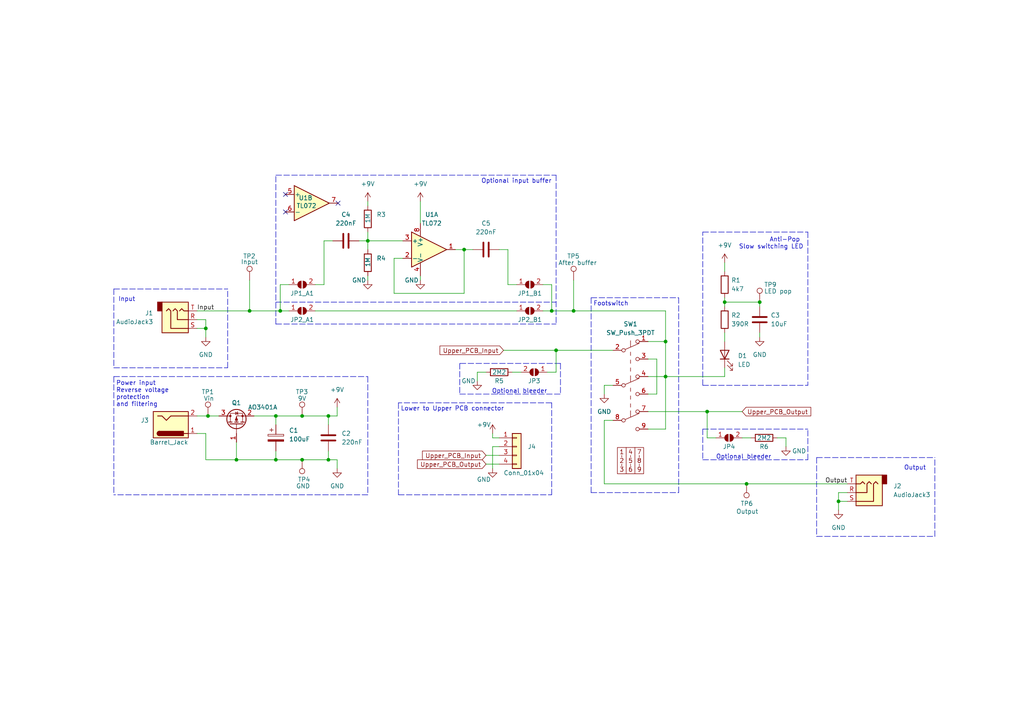
<source format=kicad_sch>
(kicad_sch (version 20211123) (generator eeschema)
  (paper "A4")
  (title_block (title "PedalDev_Lower") (date "2022-02-17") (company "Binary-6"))
  (lib_symbols
    (symbol "Amplifier_Operational:TL072" (pin_names (offset 0.127))
      (property "Reference" "U" (at 0 5.08 0))
      (property "Value" "TL072" (at 0 -5.08 0))
      (symbol "TL072_1_1"
        (polyline (pts (xy -5.08 5.08) (xy 5.08 0) (xy -5.08 -5.08) (xy -5.08 5.08)) (stroke (width 0.254)) (fill (type background)))
        (pin output line (at 7.62 0 180) (length 2.54) (name "~") (number "1"))
        (pin input line (at -7.62 -2.54 0) (length 2.54) (name "-") (number "2"))
        (pin input line (at -7.62 2.54 0) (length 2.54) (name "+") (number "3"))
      )
      (symbol "TL072_2_1"
        (polyline (pts (xy -5.08 5.08) (xy 5.08 0) (xy -5.08 -5.08) (xy -5.08 5.08)) (stroke (width 0.254)) (fill (type background)))
        (pin input line (at -7.62 2.54 0) (length 2.54) (name "+") (number "5"))
        (pin input line (at -7.62 -2.54 0) (length 2.54) (name "-") (number "6"))
        (pin output line (at 7.62 0 180) (length 2.54) (name "~") (number "7"))
      )
      (symbol "TL072_3_1"
        (pin power_in line (at -2.54 -7.62 90) (length 3.81) (name "V-") (number "4"))
        (pin power_in line (at -2.54 7.62 270) (length 3.81) (name "V+") (number "8"))
      )
    )
    (symbol "Connector:AudioJack3"
      (property "Reference" "J" (at 0 8.89 0))
      (property "Value" "AudioJack3" (at 0 6.35 0))
      (symbol "AudioJack3_0_1"
        (rectangle (start -5.08 -5.08) (end -6.35 -2.54) (stroke (width 0.254)) (fill (type outline)))
        (polyline (pts (xy 0 -2.54) (xy 0.635 -3.175) (xy 1.27 -2.54) (xy 2.54 -2.54)) (stroke (width 0.254)))
        (polyline (pts (xy -1.905 -2.54) (xy -1.27 -3.175) (xy -0.635 -2.54) (xy -0.635 0) (xy 2.54 0)) (stroke (width 0.254)))
        (polyline (pts (xy 2.54 2.54) (xy -2.54 2.54) (xy -2.54 -2.54) (xy -3.175 -3.175) (xy -3.81 -2.54)) (stroke (width 0.254)))
        (rectangle (start 2.54 3.81) (end -5.08 -5.08) (stroke (width 0.254)) (fill (type background)))
      )
      (symbol "AudioJack3_1_1"
        (pin passive line (at 5.08 0 180) (length 2.54) (name "~") (number "R"))
        (pin passive line (at 5.08 2.54 180) (length 2.54) (name "~") (number "S"))
        (pin passive line (at 5.08 -2.54 180) (length 2.54) (name "~") (number "T"))
      )
    )
    (symbol "Connector:Barrel_Jack" (pin_names (offset 1.016))
      (property "Reference" "J" (at 0 5.334 0))
      (property "Value" "Barrel_Jack" (at 0 -5.08 0))
      (symbol "Barrel_Jack_0_1"
        (rectangle (start -5.08 3.81) (end 5.08 -3.81) (stroke (width 0.254)) (fill (type background)))
        (arc (start -3.302 3.175) (mid -3.937 2.54) (end -3.302 1.905) (stroke (width 0.254)))
        (arc (start -3.302 3.175) (mid -3.937 2.54) (end -3.302 1.905) (stroke (width 0.254)) (fill (type outline)))
        (polyline (pts (xy 5.08 2.54) (xy 3.81 2.54)) (stroke (width 0.254)))
        (polyline (pts (xy -3.81 -2.54) (xy -2.54 -2.54) (xy -1.27 -1.27) (xy 0 -2.54) (xy 2.54 -2.54) (xy 5.08 -2.54)) (stroke (width 0.254)))
        (rectangle (start 3.683 3.175) (end -3.302 1.905) (stroke (width 0.254)) (fill (type outline)))
      )
      (symbol "Barrel_Jack_1_1"
        (pin passive line (at 7.62 2.54 180) (length 2.54) (name "~") (number "1"))
        (pin passive line (at 7.62 -2.54 180) (length 2.54) (name "~") (number "2"))
      )
    )
    (symbol "Connector:TestPoint" (pin_numbers hide) (pin_names (offset 0.762) hide)
      (property "Reference" "TP" (at 0 6.858 0))
      (property "Value" "TestPoint" (at 0 5.08 0))
      (symbol "TestPoint_0_1"
        (circle (center 0 3.302) (radius 0.762))
      )
      (symbol "TestPoint_1_1"
        (pin passive line (at 0 0 90) (length 2.54) (name "1") (number "1"))
      )
    )
    (symbol "Connector_Generic:Conn_01x04" (pin_names (offset 1.016) hide)
      (property "Reference" "J" (at 0 5.08 0))
      (property "Value" "Conn_01x04" (at 0 -7.62 0))
      (symbol "Conn_01x04_1_1"
        (rectangle (start -1.27 -4.953) (end 0 -5.207) (stroke (width 0.1524)))
        (rectangle (start -1.27 -2.413) (end 0 -2.667) (stroke (width 0.1524)))
        (rectangle (start -1.27 0.127) (end 0 -0.127) (stroke (width 0.1524)))
        (rectangle (start -1.27 2.667) (end 0 2.413) (stroke (width 0.1524)))
        (rectangle (start -1.27 3.81) (end 1.27 -6.35) (stroke (width 0.254)) (fill (type background)))
        (pin passive line (at -5.08 2.54 0) (length 3.81) (name "Pin_1") (number "1"))
        (pin passive line (at -5.08 0 0) (length 3.81) (name "Pin_2") (number "2"))
        (pin passive line (at -5.08 -2.54 0) (length 3.81) (name "Pin_3") (number "3"))
        (pin passive line (at -5.08 -5.08 0) (length 3.81) (name "Pin_4") (number "4"))
      )
    )
    (symbol "Device:C" (pin_numbers hide) (pin_names (offset 0.254))
      (property "Reference" "C" (at 0.635 2.54 0))
      (property "Value" "C" (at 0.635 -2.54 0))
      (symbol "C_0_1"
        (polyline (pts (xy -2.032 -0.762) (xy 2.032 -0.762)) (stroke (width 0.508)))
        (polyline (pts (xy -2.032 0.762) (xy 2.032 0.762)) (stroke (width 0.508)))
      )
      (symbol "C_1_1"
        (pin passive line (at 0 3.81 270) (length 2.794) (name "~") (number "1"))
        (pin passive line (at 0 -3.81 90) (length 2.794) (name "~") (number "2"))
      )
    )
    (symbol "Device:C_Polarized" (pin_numbers hide) (pin_names (offset 0.254))
      (property "Reference" "C" (at 0.635 2.54 0))
      (property "Value" "C_Polarized" (at 0.635 -2.54 0))
      (symbol "C_Polarized_0_1"
        (rectangle (start -2.286 0.508) (end 2.286 1.016))
        (polyline (pts (xy -1.778 2.286) (xy -0.762 2.286)))
        (polyline (pts (xy -1.27 2.794) (xy -1.27 1.778)))
        (rectangle (start 2.286 -0.508) (end -2.286 -1.016) (fill (type outline)))
      )
      (symbol "C_Polarized_1_1"
        (pin passive line (at 0 3.81 270) (length 2.794) (name "~") (number "1"))
        (pin passive line (at 0 -3.81 90) (length 2.794) (name "~") (number "2"))
      )
    )
    (symbol "Device:LED" (pin_numbers hide) (pin_names (offset 1.016) hide)
      (property "Reference" "D" (at 0 2.54 0))
      (property "Value" "LED" (at 0 -2.54 0))
      (symbol "LED_0_1"
        (polyline (pts (xy -1.27 -1.27) (xy -1.27 1.27)) (stroke (width 0.254)))
        (polyline (pts (xy -1.27 0) (xy 1.27 0)))
        (polyline (pts (xy 1.27 -1.27) (xy 1.27 1.27) (xy -1.27 0) (xy 1.27 -1.27)) (stroke (width 0.254)))
        (polyline (pts (xy -3.048 -0.762) (xy -4.572 -2.286) (xy -3.81 -2.286) (xy -4.572 -2.286) (xy -4.572 -1.524)))
        (polyline (pts (xy -1.778 -0.762) (xy -3.302 -2.286) (xy -2.54 -2.286) (xy -3.302 -2.286) (xy -3.302 -1.524)))
      )
      (symbol "LED_1_1"
        (pin passive line (at -3.81 0 0) (length 2.54) (name "K") (number "1"))
        (pin passive line (at 3.81 0 180) (length 2.54) (name "A") (number "2"))
      )
    )
    (symbol "Device:R" (pin_numbers hide) (pin_names (offset 0))
      (property "Reference" "R" (at 2.032 0 90))
      (property "Value" "R" (at 0 0 90))
      (symbol "R_0_1"
        (rectangle (start -1.016 -2.54) (end 1.016 2.54) (stroke (width 0.254)))
      )
      (symbol "R_1_1"
        (pin passive line (at 0 3.81 270) (length 1.27) (name "~") (number "1"))
        (pin passive line (at 0 -3.81 90) (length 1.27) (name "~") (number "2"))
      )
    )
    (symbol "Jumper:SolderJumper_2_Open" (pin_names (offset 0) hide)
      (property "Reference" "JP" (at 0 2.032 0))
      (property "Value" "SolderJumper_2_Open" (at 0 -2.54 0))
      (symbol "SolderJumper_2_Open_0_1"
        (arc (start -0.254 1.016) (mid -1.27 0) (end -0.254 -1.016))
        (arc (start -0.254 1.016) (mid -1.27 0) (end -0.254 -1.016) (fill (type outline)))
        (polyline (pts (xy -0.254 1.016) (xy -0.254 -1.016)))
        (polyline (pts (xy 0.254 1.016) (xy 0.254 -1.016)))
        (arc (start 0.254 -1.016) (mid 1.27 0) (end 0.254 1.016))
        (arc (start 0.254 -1.016) (mid 1.27 0) (end 0.254 1.016) (fill (type outline)))
      )
      (symbol "SolderJumper_2_Open_1_1"
        (pin passive line (at -3.81 0 0) (length 2.54) (name "A") (number "1"))
        (pin passive line (at 3.81 0 180) (length 2.54) (name "B") (number "2"))
      )
    )
    (symbol "MeineBibli:SW_Push_3PDT" (pin_names (offset 0) hide)
      (property "Reference" "SW" (at 0 8.89 0))
      (property "Value" "SW_Push_3PDT" (at 0 -21.59 0))
      (symbol "SW_Push_3PDT_0_0"
        (circle (center -2.032 -15.24) (radius 0.508))
        (circle (center -2.032 -5.08) (radius 0.508))
        (circle (center -2.032 5.08) (radius 0.508))
        (polyline (pts (xy -2.54 -27.94) (xy -2.54 -28.448)))
        (polyline (pts (xy -2.54 -25.4) (xy -2.54 -25.908)))
        (polyline (pts (xy -1.27 -23.114) (xy -1.27 -30.734)))
        (polyline (pts (xy 0 -27.94) (xy 0 -28.448)))
        (polyline (pts (xy 0 -25.4) (xy 0 -25.908)))
        (polyline (pts (xy 1.27 -30.734) (xy 1.27 -23.114)))
        (polyline (pts (xy 2.54 -27.94) (xy 2.54 -28.448)))
        (polyline (pts (xy 2.54 -25.4) (xy 2.54 -25.908)))
        (polyline (pts (xy -3.81 -23.114) (xy 3.81 -23.114) (xy 3.81 -30.734) (xy -3.81 -30.734) (xy -3.81 -23.114)))
        (circle (center 2.032 -17.78) (radius 0.508))
        (circle (center 2.032 -7.62) (radius 0.508))
        (circle (center 2.032 2.54) (radius 0.508))
        (text "1" (at -2.54 -24.384 0) (effects (font (size 1.27 1.27))))
        (text "2" (at -2.54 -26.924 0) (effects (font (size 1.27 1.27))))
        (text "3" (at -2.54 -29.464 0) (effects (font (size 1.27 1.27))))
        (text "4" (at 0 -24.384 0) (effects (font (size 1.27 1.27))))
        (text "5" (at 0 -26.924 0) (effects (font (size 1.27 1.27))))
        (text "6" (at 0 -29.464 0) (effects (font (size 1.27 1.27))))
        (text "7" (at 2.54 -24.384 0) (effects (font (size 1.27 1.27))))
        (text "8" (at 2.54 -26.924 0) (effects (font (size 1.27 1.27))))
        (text "9" (at 2.54 -29.464 0) (effects (font (size 1.27 1.27))))
      )
      (symbol "SW_Push_3PDT_0_1"
        (polyline (pts (xy -1.524 -14.986) (xy 2.54 -13.208)))
        (polyline (pts (xy -1.524 -4.826) (xy 2.54 -3.048)))
        (polyline (pts (xy -1.524 5.334) (xy 2.54 7.112)))
        (polyline (pts (xy 0 -12.446) (xy 0 -14.224)))
        (polyline (pts (xy 0 -11.43) (xy 0 -10.414)))
        (polyline (pts (xy 0 -9.144) (xy 0 -8.128)))
        (polyline (pts (xy 0 -6.858) (xy 0 -5.842)))
        (polyline (pts (xy 0 -2.286) (xy 0 -4.064)))
        (polyline (pts (xy 0 -1.016) (xy 0 0)))
        (polyline (pts (xy 0 1.27) (xy 0 2.286)))
        (polyline (pts (xy 0 3.556) (xy 0 4.572)))
        (polyline (pts (xy 0 7.874) (xy 0 6.096)))
        (circle (center 2.032 -12.7) (radius 0.508))
        (circle (center 2.032 -2.54) (radius 0.508))
        (circle (center 2.032 7.62) (radius 0.508))
      )
      (symbol "SW_Push_3PDT_1_1"
        (pin passive line (at 5.08 7.62 180) (length 2.54) (name "A") (number "1"))
        (pin passive line (at -5.08 5.08 0) (length 2.54) (name "B") (number "2"))
        (pin passive line (at 5.08 2.54 180) (length 2.54) (name "C") (number "3"))
        (pin passive line (at 5.08 -2.54 180) (length 2.54) (name "A") (number "4"))
        (pin passive line (at -5.08 -5.08 0) (length 2.54) (name "B") (number "5"))
        (pin passive line (at 5.08 -7.62 180) (length 2.54) (name "C") (number "6"))
        (pin passive line (at 5.08 -12.7 180) (length 2.54) (name "A") (number "7"))
        (pin passive line (at -5.08 -15.24 0) (length 2.54) (name "B") (number "8"))
        (pin passive line (at 5.08 -17.78 180) (length 2.54) (name "C") (number "9"))
      )
    )
    (symbol "Transistor_FET:AO3401A" (pin_names hide)
      (property "Reference" "Q" (at 5.08 1.905 0))
      (property "Value" "AO3401A" (at 5.08 0 0))
      (symbol "AO3401A_0_1"
        (polyline (pts (xy 0.254 0) (xy -2.54 0)))
        (polyline (pts (xy 0.254 1.905) (xy 0.254 -1.905)) (stroke (width 0.254)))
        (polyline (pts (xy 0.762 -1.27) (xy 0.762 -2.286)) (stroke (width 0.254)))
        (polyline (pts (xy 0.762 0.508) (xy 0.762 -0.508)) (stroke (width 0.254)))
        (polyline (pts (xy 0.762 2.286) (xy 0.762 1.27)) (stroke (width 0.254)))
        (polyline (pts (xy 2.54 2.54) (xy 2.54 1.778)))
        (polyline (pts (xy 2.54 -2.54) (xy 2.54 0) (xy 0.762 0)))
        (polyline (pts (xy 0.762 1.778) (xy 3.302 1.778) (xy 3.302 -1.778) (xy 0.762 -1.778)))
        (polyline (pts (xy 2.286 0) (xy 1.27 0.381) (xy 1.27 -0.381) (xy 2.286 0)) (fill (type outline)))
        (polyline (pts (xy 2.794 -0.508) (xy 2.921 -0.381) (xy 3.683 -0.381) (xy 3.81 -0.254)))
        (polyline (pts (xy 3.302 -0.381) (xy 2.921 0.254) (xy 3.683 0.254) (xy 3.302 -0.381)))
        (circle (center 1.651 0) (radius 2.794) (stroke (width 0.254)))
        (circle (center 2.54 -1.778) (radius 0.254) (fill (type outline)))
        (circle (center 2.54 1.778) (radius 0.254) (fill (type outline)))
      )
      (symbol "AO3401A_1_1"
        (pin input line (at -5.08 0 0) (length 2.54) (name "G") (number "1"))
        (pin passive line (at 2.54 -5.08 90) (length 2.54) (name "S") (number "2"))
        (pin passive line (at 2.54 5.08 270) (length 2.54) (name "D") (number "3"))
      )
    )
    (symbol "power:+9V" (power) (pin_names (offset 0))
      (property "Value" "+9V" (at 0 3.556 0))
      (symbol "+9V_0_1"
        (polyline (pts (xy -0.762 1.27) (xy 0 2.54)))
        (polyline (pts (xy 0 0) (xy 0 2.54)))
        (polyline (pts (xy 0 2.54) (xy 0.762 1.27)))
      )
      (symbol "+9V_1_1"
        (pin power_in line (at 0 0 90) (length 0) hide (name "+9V") (number "1"))
      )
    )
    (symbol "power:GND" (power) (pin_names (offset 0))
      (property "Value" "GND" (at 0 -3.81 0))
      (symbol "GND_0_1"
        (polyline (pts (xy 0 0) (xy 0 -1.27) (xy 1.27 -1.27) (xy 0 -2.54) (xy -1.27 -1.27) (xy 0 -1.27)))
      )
      (symbol "GND_1_1"
        (pin power_in line (at 0 0 270) (length 0) hide (name "GND") (number "1"))
      )
    )
  )
  (junction (at 216.535 140.335))
  (junction (at 59.69 95.25))
  (junction (at 160.02 90.17))
  (junction (at 134.62 72.39))
  (junction (at 210.185 87.63))
  (junction (at 87.63 133.35))
  (junction (at 87.63 120.65))
  (junction (at 95.25 133.35))
  (junction (at 106.68 69.85))
  (junction (at 243.205 145.415))
  (junction (at 161.29 101.6))
  (junction (at 193.04 109.22))
  (junction (at 205.105 119.38))
  (junction (at 80.01 133.35))
  (junction (at 166.37 90.17))
  (junction (at 80.01 120.65))
  (junction (at 60.325 120.65))
  (junction (at 81.28 90.17))
  (junction (at 95.25 120.65))
  (junction (at 72.39 90.17))
  (junction (at 193.04 99.06))
  (junction (at 220.345 87.63))
  (junction (at 68.58 133.35))
  (no_connect (at 82.804 56.388))
  (no_connect (at 82.804 61.468))
  (no_connect (at 98.044 58.928))
  (wire (pts (xy 95.25 133.35) (xy 87.63 133.35)))
  (wire (pts (xy 210.185 86.36) (xy 210.185 87.63)))
  (polyline (pts (xy 160.02 143.51) (xy 160.02 116.84)))
  (wire (pts (xy 227.965 127) (xy 227.965 129.54)))
  (wire (pts (xy 144.78 72.39) (xy 147.32 72.39)))
  (polyline (pts (xy 162.56 105.41) (xy 162.56 114.3)))
  (polyline (pts (xy 234.315 67.31) (xy 234.315 111.76)))
  (wire (pts (xy 59.69 95.25) (xy 59.69 97.79)))
  (polyline (pts (xy 236.855 132.715) (xy 236.855 155.575)))
  (wire (pts (xy 193.04 90.17) (xy 193.04 99.06)))
  (wire (pts (xy 151.13 107.95) (xy 148.59 107.95)))
  (polyline (pts (xy 106.68 143.51) (xy 33.02 143.51)))
  (wire (pts (xy 190.5 114.3) (xy 187.96 114.3)))
  (wire (pts (xy 245.745 140.335) (xy 216.535 140.335)))
  (wire (pts (xy 161.29 101.6) (xy 177.8 101.6)))
  (wire (pts (xy 106.68 58.42) (xy 106.68 59.69)))
  (wire (pts (xy 104.14 69.85) (xy 106.68 69.85)))
  (wire (pts (xy 57.15 125.73) (xy 59.69 125.73)))
  (wire (pts (xy 205.105 119.38) (xy 205.105 127)))
  (wire (pts (xy 161.29 101.6) (xy 161.29 107.95)))
  (wire (pts (xy 140.97 134.62) (xy 144.78 134.62)))
  (polyline (pts (xy 66.04 106.68) (xy 66.04 83.82)))
  (wire (pts (xy 106.68 67.31) (xy 106.68 69.85)))
  (wire (pts (xy 147.32 72.39) (xy 147.32 82.55)))
  (wire (pts (xy 57.15 90.17) (xy 72.39 90.17)))
  (polyline (pts (xy 171.45 86.36) (xy 171.45 142.875)))
  (wire (pts (xy 175.26 111.76) (xy 175.26 114.3)))
  (wire (pts (xy 81.28 82.55) (xy 81.28 90.17)))
  (wire (pts (xy 193.04 109.22) (xy 187.96 109.22)))
  (wire (pts (xy 81.28 90.17) (xy 83.82 90.17)))
  (wire (pts (xy 193.04 109.22) (xy 193.04 124.46)))
  (polyline (pts (xy 203.835 67.31) (xy 234.315 67.31)))
  (polyline (pts (xy 203.835 133.35) (xy 234.315 133.35)))
  (wire (pts (xy 59.69 133.35) (xy 68.58 133.35)))
  (polyline (pts (xy 115.57 143.51) (xy 160.02 143.51)))
  (polyline (pts (xy 161.29 50.8) (xy 161.29 93.98)))
  (polyline (pts (xy 203.835 124.46) (xy 234.315 124.46)))
  (wire (pts (xy 134.62 72.39) (xy 134.62 85.09)))
  (wire (pts (xy 121.92 58.42) (xy 121.92 64.77)))
  (wire (pts (xy 57.15 120.65) (xy 60.325 120.65)))
  (polyline (pts (xy 160.02 116.84) (xy 115.57 116.84)))
  (polyline (pts (xy 133.35 105.41) (xy 133.35 114.3)))
  (wire (pts (xy 216.535 140.335) (xy 175.26 140.335)))
  (wire (pts (xy 114.3 74.93) (xy 114.3 85.09)))
  (wire (pts (xy 175.26 121.92) (xy 175.26 140.335)))
  (polyline (pts (xy 33.02 83.82) (xy 33.02 106.68)))
  (wire (pts (xy 144.78 129.54) (xy 142.875 129.54)))
  (wire (pts (xy 80.01 130.81) (xy 80.01 133.35)))
  (polyline (pts (xy 80.01 50.8) (xy 161.29 50.8)))
  (wire (pts (xy 91.44 82.55) (xy 93.98 82.55)))
  (wire (pts (xy 140.97 132.08) (xy 144.78 132.08)))
  (polyline (pts (xy 33.02 109.22) (xy 106.68 109.22)))
  (polyline (pts (xy 203.835 111.76) (xy 203.835 67.31)))
  (wire (pts (xy 210.185 109.22) (xy 210.185 106.68)))
  (wire (pts (xy 87.63 120.65) (xy 95.25 120.65)))
  (wire (pts (xy 59.69 95.25) (xy 59.69 92.71)))
  (polyline (pts (xy 196.85 142.875) (xy 196.85 86.36)))
  (wire (pts (xy 193.04 109.22) (xy 210.185 109.22)))
  (wire (pts (xy 190.5 104.14) (xy 190.5 114.3)))
  (wire (pts (xy 210.185 87.63) (xy 210.185 88.9)))
  (wire (pts (xy 80.01 120.65) (xy 80.01 123.19)))
  (wire (pts (xy 106.68 69.85) (xy 106.68 72.39)))
  (wire (pts (xy 95.25 130.81) (xy 95.25 133.35)))
  (wire (pts (xy 207.645 127) (xy 205.105 127)))
  (wire (pts (xy 160.02 90.17) (xy 166.37 90.17)))
  (wire (pts (xy 95.25 120.65) (xy 95.25 123.19)))
  (polyline (pts (xy 236.855 155.575) (xy 271.145 155.575)))
  (wire (pts (xy 187.96 124.46) (xy 193.04 124.46)))
  (wire (pts (xy 210.185 87.63) (xy 220.345 87.63)))
  (wire (pts (xy 91.44 90.17) (xy 149.86 90.17)))
  (polyline (pts (xy 80.01 93.98) (xy 80.01 50.8)))
  (wire (pts (xy 157.48 82.55) (xy 160.02 82.55)))
  (polyline (pts (xy 80.01 87.63) (xy 161.29 87.63)))
  (wire (pts (xy 158.75 107.95) (xy 161.29 107.95)))
  (polyline (pts (xy 271.145 155.575) (xy 271.145 132.715)))
  (wire (pts (xy 177.8 111.76) (xy 175.26 111.76)))
  (polyline (pts (xy 162.56 105.41) (xy 133.35 105.41)))
  (wire (pts (xy 72.39 90.17) (xy 81.28 90.17)))
  (wire (pts (xy 225.425 127) (xy 227.965 127)))
  (wire (pts (xy 243.205 145.415) (xy 243.205 147.955)))
  (polyline (pts (xy 133.35 114.3) (xy 162.56 114.3)))
  (wire (pts (xy 220.345 87.63) (xy 220.345 88.9)))
  (wire (pts (xy 95.25 133.35) (xy 97.79 133.35)))
  (wire (pts (xy 175.26 121.92) (xy 177.8 121.92)))
  (wire (pts (xy 187.96 99.06) (xy 193.04 99.06)))
  (wire (pts (xy 245.745 142.875) (xy 243.205 142.875)))
  (wire (pts (xy 93.98 69.85) (xy 96.52 69.85)))
  (wire (pts (xy 95.25 120.65) (xy 97.79 120.65)))
  (wire (pts (xy 157.48 90.17) (xy 160.02 90.17)))
  (wire (pts (xy 146.05 101.6) (xy 161.29 101.6)))
  (polyline (pts (xy 234.315 133.35) (xy 234.315 124.46)))
  (wire (pts (xy 97.79 120.65) (xy 97.79 118.11)))
  (wire (pts (xy 166.37 81.28) (xy 166.37 90.17)))
  (wire (pts (xy 83.82 82.55) (xy 81.28 82.55)))
  (wire (pts (xy 116.84 74.93) (xy 114.3 74.93)))
  (polyline (pts (xy 171.45 86.36) (xy 196.85 86.36)))
  (wire (pts (xy 166.37 90.17) (xy 193.04 90.17)))
  (wire (pts (xy 87.63 133.35) (xy 80.01 133.35)))
  (wire (pts (xy 59.69 125.73) (xy 59.69 133.35)))
  (wire (pts (xy 220.345 96.52) (xy 220.345 97.79)))
  (wire (pts (xy 134.62 72.39) (xy 132.08 72.39)))
  (wire (pts (xy 80.01 120.65) (xy 87.63 120.65)))
  (wire (pts (xy 193.04 99.06) (xy 193.04 109.22)))
  (wire (pts (xy 59.69 92.71) (xy 57.15 92.71)))
  (polyline (pts (xy 33.02 106.68) (xy 66.04 106.68)))
  (wire (pts (xy 144.78 127) (xy 142.875 127)))
  (polyline (pts (xy 203.835 124.46) (xy 203.835 133.35)))
  (wire (pts (xy 68.58 133.35) (xy 80.01 133.35)))
  (wire (pts (xy 93.98 82.55) (xy 93.98 69.85)))
  (wire (pts (xy 116.84 69.85) (xy 106.68 69.85)))
  (wire (pts (xy 243.205 145.415) (xy 245.745 145.415)))
  (wire (pts (xy 142.875 129.54) (xy 142.875 135.89)))
  (wire (pts (xy 68.58 128.27) (xy 68.58 133.35)))
  (polyline (pts (xy 33.02 83.82) (xy 66.04 83.82)))
  (wire (pts (xy 106.68 80.01) (xy 106.68 81.28)))
  (wire (pts (xy 210.185 96.52) (xy 210.185 99.06)))
  (wire (pts (xy 72.39 81.28) (xy 72.39 90.17)))
  (wire (pts (xy 210.185 76.2) (xy 210.185 78.74)))
  (wire (pts (xy 134.62 72.39) (xy 137.16 72.39)))
  (wire (pts (xy 73.66 120.65) (xy 80.01 120.65)))
  (wire (pts (xy 138.43 107.95) (xy 138.43 110.49)))
  (polyline (pts (xy 33.02 109.22) (xy 33.02 143.51)))
  (wire (pts (xy 205.105 119.38) (xy 215.265 119.38)))
  (polyline (pts (xy 171.45 142.875) (xy 196.85 142.875)))
  (wire (pts (xy 60.325 120.65) (xy 63.5 120.65)))
  (polyline (pts (xy 106.68 109.22) (xy 106.68 143.51)))
  (wire (pts (xy 140.97 107.95) (xy 138.43 107.95)))
  (polyline (pts (xy 203.835 111.76) (xy 234.315 111.76)))
  (wire (pts (xy 142.875 127) (xy 142.875 125.73)))
  (wire (pts (xy 121.92 80.01) (xy 121.92 81.28)))
  (polyline (pts (xy 115.57 116.84) (xy 115.57 143.51)))
  (wire (pts (xy 97.79 133.35) (xy 97.79 135.89)))
  (wire (pts (xy 57.15 95.25) (xy 59.69 95.25)))
  (wire (pts (xy 215.265 127) (xy 217.805 127)))
  (polyline (pts (xy 236.855 132.715) (xy 271.145 132.715)))
  (wire (pts (xy 187.96 119.38) (xy 205.105 119.38)))
  (wire (pts (xy 243.205 142.875) (xy 243.205 145.415)))
  (polyline (pts (xy 80.01 93.98) (xy 161.29 93.98)))
  (wire (pts (xy 114.3 85.09) (xy 134.62 85.09)))
  (wire (pts (xy 147.32 82.55) (xy 149.86 82.55)))
  (wire (pts (xy 160.02 82.55) (xy 160.02 90.17)))
  (wire (pts (xy 187.96 104.14) (xy 190.5 104.14)))
  (text "Optional input buffer" (at 160.02 53.34 180) (effects (font (size 1.27 1.27)) (justify right bottom)))
  (text "Input" (at 34.29 87.63 0) (effects (font (size 1.27 1.27)) (justify left bottom)))
  (text "Footswitch" (at 172.085 88.9 0) (effects (font (size 1.27 1.27)) (justify left bottom)))
  (text "Power input\nReverse voltage\nprotection\nand filtering" (at 33.655 118.11 0) (effects (font (size 1.27 1.27)) (justify left bottom)))
  (text "Output" (at 268.605 136.525 180) (effects (font (size 1.27 1.27)) (justify right bottom)))
  (text "Optional bleeder" (at 207.645 133.35 0) (effects (font (size 1.27 1.27)) (justify left bottom)))
  (text "Optional bleeder" (at 158.75 114.3 180) (effects (font (size 1.27 1.27)) (justify right bottom)))
  (text "Lower to Upper PCB connector" (at 116.205 119.38 0) (effects (font (size 1.27 1.27)) (justify left bottom)))
  (text "Anti-Pop \nSlow switching LED" (at 233.045 72.39 180) (effects (font (size 1.27 1.27)) (justify right bottom)))
  (label "Input" (at 57.15 90.17 0))
  (label "Output" (at 245.745 140.335 180))
  (global_label "Upper_PCB_Input" (shape input) (at 140.97 132.08 180) (property "Intersheet References" "${INTERSHEET_REFS}" (effects hide)))
  (global_label "Upper_PCB_Input" (shape input) (at 146.05 101.6 180) (property "Intersheet References" "${INTERSHEET_REFS}" (effects hide)))
  (global_label "Upper_PCB_Output" (shape input) (at 215.265 119.38 0) (property "Intersheet References" "${INTERSHEET_REFS}" (effects hide)))
  (global_label "Upper_PCB_Output" (shape input) (at 140.97 134.62 180) (property "Intersheet References" "${INTERSHEET_REFS}" (effects hide)))
  (symbol (lib_id "power:GND") (at 59.69 97.79 0) (unit 1)
    (property "Reference" "#PWR01" (effects hide))
    (property "Value" "GND" (at 59.69 102.87 0))
  )
  (symbol (lib_id "power:GND") (at 243.205 147.955 0) (unit 1)
    (property "Reference" "#PWR015" (effects hide))
    (property "Value" "GND" (at 243.205 153.035 0))
  )
  (symbol (lib_id "Device:LED") (at 210.185 102.87 90) (unit 1)
    (property "Reference" "D1" (at 213.995 103.1874 90) (effects (justify right)))
    (property "Value" "LED" (at 213.995 105.7274 90) (effects (justify right)))
    (property "Footprint" "LED_THT:LED_D5.0mm" (effects hide))
    (property "LCSC" "C417347" (effects hide))
  )
  (symbol (lib_id "Device:R") (at 210.185 82.55 0) (unit 1)
    (property "Reference" "R1" (at 212.09 81.2799 0) (effects (justify left)))
    (property "Value" "4k7" (at 212.09 83.8199 0) (effects (justify left)))
    (property "Footprint" "Resistor_SMD:R_0603_1608Metric" (effects hide))
  )
  (symbol (lib_id "Connector:TestPoint") (at 87.63 120.65 0) (unit 1) (in_bom no)
    (property "Reference" "TP3" (at 85.725 113.665 0) (effects (justify left)))
    (property "Value" "9V" (at 86.36 115.57 0) (effects (justify left)))
    (property "Footprint" "TestPoint:TestPoint_Pad_D2.0mm" (effects hide))
  )
  (symbol (lib_id "power:GND") (at 175.26 114.3 0) (unit 1)
    (property "Reference" "#PWR011" (effects hide))
    (property "Value" "GND" (at 175.26 119.38 0))
  )
  (symbol (lib_id "power:GND") (at 227.965 129.54 0) (unit 1)
    (property "Reference" "#PWR014" (effects hide))
    (property "Value" "GND" (at 231.775 130.81 0))
  )
  (symbol (lib_id "Connector:TestPoint") (at 72.39 81.28 0) (unit 1) (in_bom no)
    (property "Reference" "TP2" (at 70.485 74.295 0) (effects (justify left)))
    (property "Value" "Input" (at 69.85 75.946 0) (effects (justify left)))
    (property "Footprint" "TestPoint:TestPoint_Bridge_Pitch2.54mm_Drill1.0mm" (effects hide))
  )
  (symbol (lib_id "power:GND") (at 106.68 81.28 0) (unit 1)
    (property "Reference" "#PWR05" (effects hide))
    (property "Value" "GND" (at 104.14 81.28 0))
  )
  (symbol (lib_id "Connector:TestPoint") (at 60.325 120.65 0) (unit 1) (in_bom no)
    (property "Reference" "TP1" (at 58.42 113.665 0) (effects (justify left)))
    (property "Value" "Vin" (at 59.055 115.57 0) (effects (justify left)))
    (property "Footprint" "TestPoint:TestPoint_Pad_D2.0mm" (effects hide))
  )
  (symbol (lib_id "Connector:TestPoint") (at 216.535 140.335 180) (unit 1) (in_bom no)
    (property "Reference" "TP6" (at 218.44 146.05 0) (effects (justify left)))
    (property "Value" "Output" (at 219.964 148.336 0) (effects (justify left)))
    (property "Footprint" "TestPoint:TestPoint_Bridge_Pitch2.54mm_Drill1.0mm" (effects hide))
  )
  (symbol (lib_id "Device:R") (at 106.68 76.2 0) (unit 1)
    (property "Reference" "R4" (at 109.22 74.9299 0) (effects (justify left)))
    (property "Value" "1M" (at 106.68 77.47 90) (effects (justify left)))
    (property "Footprint" "Resistor_SMD:R_0603_1608Metric" (effects hide))
  )
  (symbol (lib_id "Device:C_Polarized") (at 80.01 127 0) (unit 1)
    (property "Reference" "C1" (at 83.82 124.8409 0) (effects (justify left)))
    (property "Value" "100uF" (at 83.82 127.3809 0) (effects (justify left)))
    (property "Footprint" "Capacitor_SMD:CP_Elec_6.3x5.8" (effects hide))
    (property "Datasheet" "https://datasheet.lcsc.com/szlcsc/1811201537_Lelon-VZT101M1V0606-TRO_C249982.pdf" (effects hide))
    (property "LCSC" "C249982" (effects hide))
  )
  (symbol (lib_id "Connector:TestPoint") (at 87.63 133.35 180) (unit 1) (in_bom no)
    (property "Reference" "TP4" (at 86.36 139.065 0) (effects (justify right)))
    (property "Value" "GND" (at 85.852 140.97 0) (effects (justify right)))
    (property "Footprint" "TestPoint:TestPoint_Bridge_Pitch2.54mm_Drill1.0mm" (effects hide))
  )
  (symbol (lib_id "Connector:AudioJack3") (at 52.07 92.71 0) (mirror x) (unit 1)
    (property "Reference" "J1" (at 44.45 90.8049 0) (effects (justify right)))
    (property "Value" "AudioJack3" (at 44.45 93.3449 0) (effects (justify right)))
  )
  (symbol (lib_id "power:GND") (at 121.92 81.28 0) (unit 1)
    (property "Reference" "#PWR07" (effects hide))
    (property "Value" "GND" (at 119.38 81.28 0))
  )
  (symbol (lib_id "power:GND") (at 138.43 110.49 0) (unit 1)
    (property "Reference" "#PWR08" (effects hide))
    (property "Value" "GND" (at 135.89 110.49 0))
  )
  (symbol (lib_id "Connector_Generic:Conn_01x04") (at 149.86 129.54 0) (unit 1) (in_bom no)
    (property "Reference" "J4" (at 153.035 129.5399 0) (effects (justify left)))
    (property "Value" "Conn_01x04" (at 146.05 137.16 0) (effects (justify left)))
    (property "Footprint" "Connector_PinSocket_2.54mm:PinSocket_1x04_P2.54mm_Vertical" (effects hide))
  )
  (symbol (lib_id "Jumper:SolderJumper_2_Open") (at 153.67 82.55 0) (mirror x) (unit 1) (in_bom no)
    (property "Reference" "JP1_B1" (at 153.67 85.09 0))
    (property "Value" "Jmp" (effects hide))
    (property "Footprint" "Jumper:SolderJumper-2_P1.3mm_Open_TrianglePad1.0x1.5mm" (effects hide))
  )
  (symbol (lib_id "power:GND") (at 142.875 135.89 0) (unit 1)
    (property "Reference" "#PWR010" (effects hide))
    (property "Value" "GND" (at 140.335 139.065 0))
  )
  (symbol (lib_id "Device:R") (at 144.78 107.95 90) (unit 1)
    (property "Reference" "R5" (at 144.78 110.49 90))
    (property "Value" "2M2" (at 144.78 107.95 90))
    (property "Footprint" "Resistor_SMD:R_0603_1608Metric" (effects hide))
  )
  (symbol (lib_id "power:+9V") (at 97.79 118.11 0) (unit 1)
    (property "Reference" "#PWR02" (effects hide))
    (property "Value" "+9V" (at 97.79 113.03 0))
  )
  (symbol (lib_id "Connector:TestPoint") (at 220.345 87.63 0) (unit 1) (in_bom no)
    (property "Reference" "TP9" (at 221.615 82.55 0) (effects (justify left)))
    (property "Value" "LED pop" (at 221.615 84.455 0) (effects (justify left)))
    (property "Footprint" "TestPoint:TestPoint_Pad_D2.0mm" (effects hide))
  )
  (symbol (lib_id "Device:R") (at 106.68 63.5 0) (unit 1)
    (property "Reference" "R3" (at 109.22 62.2299 0) (effects (justify left)))
    (property "Value" "1M" (at 106.68 64.77 90) (effects (justify left)))
    (property "Footprint" "Resistor_SMD:R_0603_1608Metric" (effects hide))
  )
  (symbol (lib_id "Connector:Barrel_Jack") (at 49.53 123.19 0) (mirror x) (unit 1)
    (property "Reference" "J3" (at 43.18 121.9199 0) (effects (justify right)))
    (property "Value" "Barrel_Jack" (at 54.61 128.27 0) (effects (justify right)))
  )
  (symbol (lib_id "MeineBibli:SW_Push_3PDT") (at 182.88 106.68 0) (unit 1)
    (property "Reference" "SW1" (at 182.88 93.98 0))
    (property "Value" "SW_Push_3PDT" (at 182.88 96.52 0))
    (property "Footprint" "MeineBib:Footswitch_3PDT" (effects hide))
  )
  (symbol (lib_id "Device:C") (at 95.25 127 0) (mirror y) (unit 1)
    (property "Reference" "C2" (at 99.06 125.7299 0) (effects (justify right)))
    (property "Value" "220nF" (at 99.06 128.2699 0) (effects (justify right)))
    (property "Footprint" "Capacitor_SMD:C_0603_1608Metric" (effects hide))
    (property "LCSC" "C21120 " (effects hide))
  )
  (symbol (lib_id "power:+9V") (at 106.68 58.42 0) (unit 1)
    (property "Reference" "#PWR04" (effects hide))
    (property "Value" "+9V" (at 106.68 53.34 0))
  )
  (symbol (lib_id "Jumper:SolderJumper_2_Open") (at 87.63 82.55 0) (mirror x) (unit 1) (in_bom no)
    (property "Reference" "JP1_A1" (at 87.63 85.09 0))
    (property "Value" "Jmp" (effects hide))
    (property "Footprint" "Jumper:SolderJumper-2_P1.3mm_Open_TrianglePad1.0x1.5mm" (effects hide))
  )
  (symbol (lib_id "Device:C") (at 140.97 72.39 90) (unit 1)
    (property "Reference" "C5" (at 140.97 64.77 90))
    (property "Value" "220nF" (at 140.97 67.31 90))
    (property "Footprint" "Capacitor_SMD:C_0603_1608Metric" (effects hide))
    (property "LCSC" "C21120 " (effects hide))
  )
  (symbol (lib_id "Amplifier_Operational:TL072") (at 90.424 58.928 0) (unit 2)
    (property "Reference" "U1" (at 88.646 57.404 0))
    (property "Value" "TL072" (at 88.9 59.69 0))
    (property "Footprint" "Package_SO:SOIC-8_3.9x4.9mm_P1.27mm" (effects hide))
    (property "Datasheet" "C6961" (effects hide))
  )
  (symbol (lib_id "Device:C") (at 220.345 92.71 0) (unit 1)
    (property "Reference" "C3" (at 223.52 91.4399 0) (effects (justify left)))
    (property "Value" "10uF" (at 223.52 93.9799 0) (effects (justify left)))
    (property "Footprint" "Capacitor_SMD:C_0805_2012Metric" (effects hide))
    (property "LCSC" "C15850" (effects hide))
  )
  (symbol (lib_id "Jumper:SolderJumper_2_Open") (at 154.94 107.95 0) (mirror y) (unit 1) (in_bom no)
    (property "Reference" "JP3" (at 154.94 110.49 0))
    (property "Value" "Jmp" (effects hide))
    (property "Footprint" "Jumper:SolderJumper-2_P1.3mm_Open_TrianglePad1.0x1.5mm" (effects hide))
  )
  (symbol (lib_id "Device:C") (at 100.33 69.85 90) (unit 1)
    (property "Reference" "C4" (at 100.33 62.23 90))
    (property "Value" "220nF" (at 100.33 64.77 90))
    (property "Footprint" "Capacitor_SMD:C_0603_1608Metric" (effects hide))
    (property "LCSC" "C21120 " (effects hide))
  )
  (symbol (lib_id "Jumper:SolderJumper_2_Open") (at 153.67 90.17 0) (mirror x) (unit 1) (in_bom no)
    (property "Reference" "JP2_B1" (at 153.67 92.71 0))
    (property "Value" "Jmp" (effects hide))
    (property "Footprint" "Jumper:SolderJumper-2_P1.3mm_Open_TrianglePad1.0x1.5mm" (effects hide))
  )
  (symbol (lib_id "Connector:TestPoint") (at 166.37 81.28 0) (unit 1) (in_bom no)
    (property "Reference" "TP5" (at 164.465 74.295 0) (effects (justify left)))
    (property "Value" "After buffer" (at 161.925 76.2 0) (effects (justify left)))
    (property "Footprint" "TestPoint:TestPoint_Pad_D2.0mm" (effects hide))
  )
  (symbol (lib_id "Device:R") (at 210.185 92.71 0) (unit 1)
    (property "Reference" "R2" (at 212.09 91.4399 0) (effects (justify left)))
    (property "Value" "390R" (at 212.09 93.9799 0) (effects (justify left)))
    (property "Footprint" "Resistor_SMD:R_0603_1608Metric" (effects hide))
  )
  (symbol (lib_id "Transistor_FET:AO3401A") (at 68.58 123.19 90) (unit 1)
    (property "Reference" "Q1" (at 68.58 116.84 90))
    (property "Value" "AO3401A" (at 76.2 118.11 90))
    (property "Footprint" "Package_TO_SOT_SMD:SOT-23" (effects hide))
    (property "Datasheet" "http://www.aosmd.com/pdfs/datasheet/AO3401A.pdf" (effects hide))
    (property "LCSC" "C15127" (effects hide))
  )
  (symbol (lib_id "Connector:AudioJack3") (at 250.825 142.875 180) (unit 1)
    (property "Reference" "J2" (at 259.08 140.9699 0) (effects (justify right)))
    (property "Value" "AudioJack3" (at 259.08 143.5099 0) (effects (justify right)))
  )
  (symbol (lib_id "power:GND") (at 220.345 97.79 0) (unit 1)
    (property "Reference" "#PWR013" (effects hide))
    (property "Value" "GND" (at 220.345 102.87 0))
  )
  (symbol (lib_id "Jumper:SolderJumper_2_Open") (at 87.63 90.17 0) (mirror x) (unit 1) (in_bom no)
    (property "Reference" "JP2_A1" (at 87.63 92.71 0))
    (property "Value" "Jmp" (effects hide))
    (property "Footprint" "Jumper:SolderJumper-2_P1.3mm_Open_TrianglePad1.0x1.5mm" (effects hide))
  )
  (symbol (lib_id "Amplifier_Operational:TL072") (at 124.46 72.39 0) (unit 1)
    (property "Reference" "U1" (at 125.222 62.23 0))
    (property "Value" "TL072" (at 125.222 64.77 0))
    (property "Footprint" "Package_SO:SOIC-8_3.9x4.9mm_P1.27mm" (effects hide))
    (property "Datasheet" "C6961" (effects hide))
  )
  (symbol (lib_id "power:+9V") (at 210.185 76.2 0) (unit 1)
    (property "Reference" "#PWR012" (effects hide))
    (property "Value" "+9V" (at 210.185 71.12 0))
  )
  (symbol (lib_id "power:+9V") (at 142.875 125.73 0) (unit 1)
    (property "Reference" "#PWR09" (effects hide))
    (property "Value" "+9V" (at 140.335 123.19 0))
  )
  (symbol (lib_id "Jumper:SolderJumper_2_Open") (at 211.455 127 0) (mirror x) (unit 1) (in_bom no)
    (property "Reference" "JP4" (at 211.455 129.54 0))
    (property "Value" "Jmp" (effects hide))
    (property "Footprint" "Jumper:SolderJumper-2_P1.3mm_Open_TrianglePad1.0x1.5mm" (effects hide))
  )
  (symbol (lib_id "power:GND") (at 97.79 135.89 0) (unit 1)
    (property "Reference" "#PWR03" (effects hide))
    (property "Value" "GND" (at 97.79 140.97 0))
  )
  (symbol (lib_id "Amplifier_Operational:TL072") (at 124.46 72.39 0) (unit 3)
    (property "Reference" "U1" (effects hide))
    (property "Value" "TL072" (effects hide))
    (property "Footprint" "Package_SO:SOIC-8_3.9x4.9mm_P1.27mm" (effects hide))
    (property "Datasheet" "C6961" (effects hide))
  )
  (symbol (lib_id "Device:R") (at 221.615 127 270) (unit 1)
    (property "Reference" "R6" (at 221.615 129.54 90))
    (property "Value" "2M2" (at 221.615 127 90))
    (property "Footprint" "Resistor_SMD:R_0603_1608Metric" (effects hide))
  )
  (symbol (lib_id "power:+9V") (at 121.92 58.42 0) (unit 1)
    (property "Reference" "#PWR06" (effects hide))
    (property "Value" "+9V" (at 121.92 53.34 0))
  )
)
</source>
